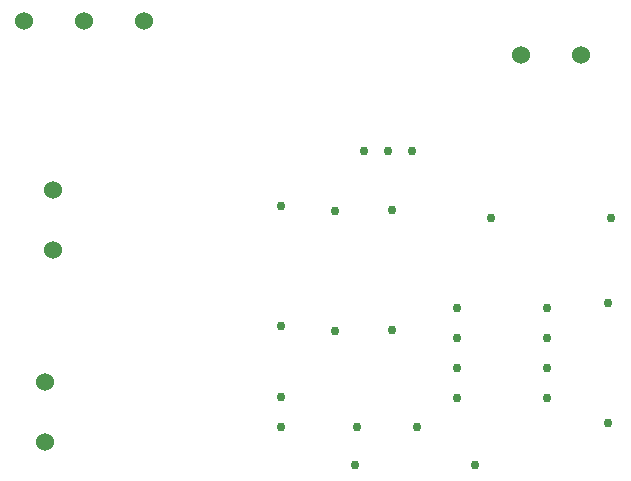
<source format=gbr>
G04 PROTEUS GERBER X2 FILE*
%TF.GenerationSoftware,Labcenter,Proteus,8.13-SP0-Build31525*%
%TF.CreationDate,2025-02-03T13:57:01+00:00*%
%TF.FileFunction,Plated,1,2,PTH*%
%TF.FilePolarity,Positive*%
%TF.Part,Single*%
%TF.SameCoordinates,{a2927df7-da14-4721-b22e-cf69b3e8405d}*%
%FSLAX45Y45*%
%MOMM*%
G01*
%TA.AperFunction,ComponentDrill*%
%ADD33C,1.524000*%
%TA.AperFunction,ComponentDrill*%
%ADD34C,0.762000*%
%TD.AperFunction*%
D33*
X+1020000Y+2460000D03*
X+1020000Y+2968000D03*
D34*
X+4440000Y+1970000D03*
X+4440000Y+1716000D03*
X+4440000Y+1462000D03*
X+4440000Y+1208000D03*
X+5202000Y+1208000D03*
X+5202000Y+1462000D03*
X+5202000Y+1716000D03*
X+5202000Y+1970000D03*
X+2950000Y+2830000D03*
X+2950000Y+1814000D03*
X+2950000Y+960000D03*
X+2950000Y+1214000D03*
D33*
X+950000Y+1340000D03*
X+950000Y+832000D03*
X+1790000Y+4400000D03*
X+1282000Y+4400000D03*
X+774000Y+4400000D03*
D34*
X+4730000Y+2730000D03*
X+5746000Y+2730000D03*
X+4592022Y+637978D03*
X+3576022Y+637978D03*
X+3592022Y+957978D03*
X+4100022Y+957978D03*
X+3410000Y+2790000D03*
X+3410000Y+1774000D03*
X+5720000Y+2010000D03*
X+5720000Y+994000D03*
X+3890000Y+2800000D03*
X+3890000Y+1784000D03*
X+3650000Y+3300000D03*
X+3853200Y+3300000D03*
X+4056400Y+3300000D03*
D33*
X+5488000Y+4110000D03*
X+4980000Y+4110000D03*
M02*

</source>
